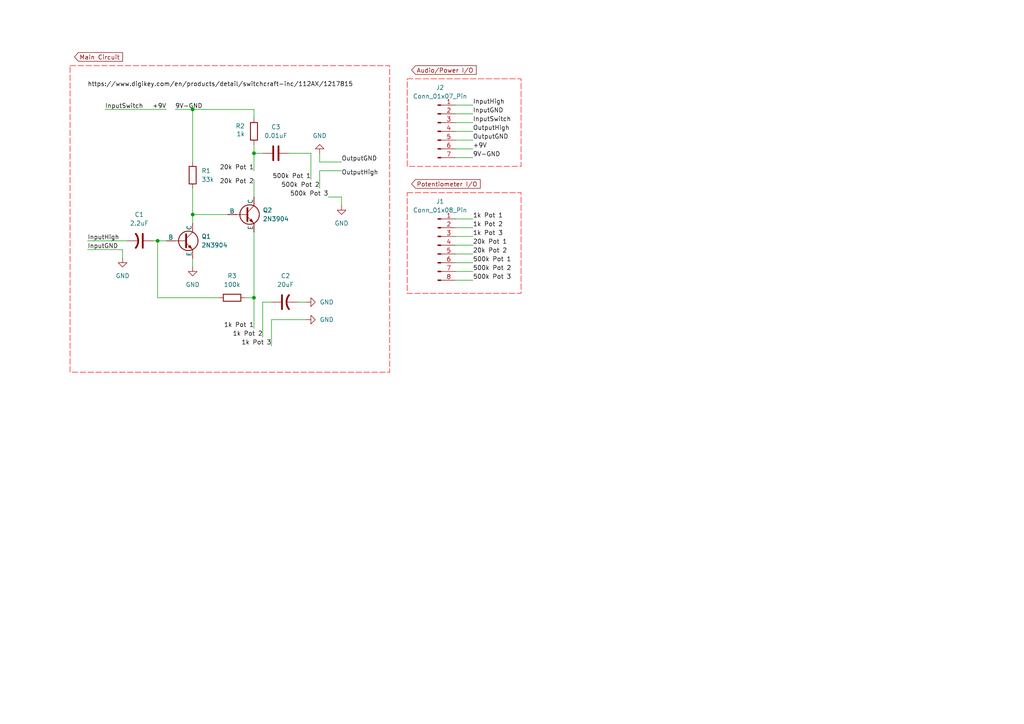
<source format=kicad_sch>
(kicad_sch (version 20250114) (generator "eeschema") (generator_version "9.0")
  (paper "A4")
  (lib_symbols
    (symbol "Connector:Conn_01x07_Pin" (pin_names (offset 1.016) (hide yes))
      (property "Reference" "J" (at 0 10.16 0))
      (property "Value" "Conn_01x07_Pin" (at 0 -10.16 0))
      (symbol "Conn_01x07_Pin_1_1"
        (rectangle (start 0.8636 7.747) (end 0 7.493) (stroke (width 0.1524)) (fill (type outline)))
        (rectangle (start 0.8636 5.207) (end 0 4.953) (stroke (width 0.1524)) (fill (type outline)))
        (rectangle (start 0.8636 2.667) (end 0 2.413) (stroke (width 0.1524)) (fill (type outline)))
        (rectangle (start 0.8636 0.127) (end 0 -0.127) (stroke (width 0.1524)) (fill (type outline)))
        (rectangle (start 0.8636 -2.413) (end 0 -2.667) (stroke (width 0.1524)) (fill (type outline)))
        (rectangle (start 0.8636 -4.953) (end 0 -5.207) (stroke (width 0.1524)) (fill (type outline)))
        (rectangle (start 0.8636 -7.493) (end 0 -7.747) (stroke (width 0.1524)) (fill (type outline)))
        (polyline (pts (xy 1.27 7.62) (xy 0.8636 7.62)) (stroke (width 0.1524)))
        (polyline (pts (xy 1.27 5.08) (xy 0.8636 5.08)) (stroke (width 0.1524)))
        (polyline (pts (xy 1.27 2.54) (xy 0.8636 2.54)) (stroke (width 0.1524)))
        (polyline (pts (xy 1.27 0) (xy 0.8636 0)) (stroke (width 0.1524)))
        (polyline (pts (xy 1.27 -2.54) (xy 0.8636 -2.54)) (stroke (width 0.1524)))
        (polyline (pts (xy 1.27 -5.08) (xy 0.8636 -5.08)) (stroke (width 0.1524)))
        (polyline (pts (xy 1.27 -7.62) (xy 0.8636 -7.62)) (stroke (width 0.1524)))
        (pin passive line (at 5.08 7.62 180) (length 3.81) (name "Pin_1") (number "1"))
        (pin passive line (at 5.08 5.08 180) (length 3.81) (name "Pin_2") (number "2"))
        (pin passive line (at 5.08 2.54 180) (length 3.81) (name "Pin_3") (number "3"))
        (pin passive line (at 5.08 0 180) (length 3.81) (name "Pin_4") (number "4"))
        (pin passive line (at 5.08 -2.54 180) (length 3.81) (name "Pin_5") (number "5"))
        (pin passive line (at 5.08 -5.08 180) (length 3.81) (name "Pin_6") (number "6"))
        (pin passive line (at 5.08 -7.62 180) (length 3.81) (name "Pin_7") (number "7"))
      )
    )
    (symbol "Connector:Conn_01x08_Pin" (pin_names (offset 1.016) (hide yes))
      (property "Reference" "J" (at 0 10.16 0))
      (property "Value" "Conn_01x08_Pin" (at 0 -12.7 0))
      (symbol "Conn_01x08_Pin_1_1"
        (rectangle (start 0.8636 7.747) (end 0 7.493) (stroke (width 0.1524)) (fill (type outline)))
        (rectangle (start 0.8636 5.207) (end 0 4.953) (stroke (width 0.1524)) (fill (type outline)))
        (rectangle (start 0.8636 2.667) (end 0 2.413) (stroke (width 0.1524)) (fill (type outline)))
        (rectangle (start 0.8636 0.127) (end 0 -0.127) (stroke (width 0.1524)) (fill (type outline)))
        (rectangle (start 0.8636 -2.413) (end 0 -2.667) (stroke (width 0.1524)) (fill (type outline)))
        (rectangle (start 0.8636 -4.953) (end 0 -5.207) (stroke (width 0.1524)) (fill (type outline)))
        (rectangle (start 0.8636 -7.493) (end 0 -7.747) (stroke (width 0.1524)) (fill (type outline)))
        (rectangle (start 0.8636 -10.033) (end 0 -10.287) (stroke (width 0.1524)) (fill (type outline)))
        (polyline (pts (xy 1.27 7.62) (xy 0.8636 7.62)) (stroke (width 0.1524)))
        (polyline (pts (xy 1.27 5.08) (xy 0.8636 5.08)) (stroke (width 0.1524)))
        (polyline (pts (xy 1.27 2.54) (xy 0.8636 2.54)) (stroke (width 0.1524)))
        (polyline (pts (xy 1.27 0) (xy 0.8636 0)) (stroke (width 0.1524)))
        (polyline (pts (xy 1.27 -2.54) (xy 0.8636 -2.54)) (stroke (width 0.1524)))
        (polyline (pts (xy 1.27 -5.08) (xy 0.8636 -5.08)) (stroke (width 0.1524)))
        (polyline (pts (xy 1.27 -7.62) (xy 0.8636 -7.62)) (stroke (width 0.1524)))
        (polyline (pts (xy 1.27 -10.16) (xy 0.8636 -10.16)) (stroke (width 0.1524)))
        (pin passive line (at 5.08 7.62 180) (length 3.81) (name "Pin_1") (number "1"))
        (pin passive line (at 5.08 5.08 180) (length 3.81) (name "Pin_2") (number "2"))
        (pin passive line (at 5.08 2.54 180) (length 3.81) (name "Pin_3") (number "3"))
        (pin passive line (at 5.08 0 180) (length 3.81) (name "Pin_4") (number "4"))
        (pin passive line (at 5.08 -2.54 180) (length 3.81) (name "Pin_5") (number "5"))
        (pin passive line (at 5.08 -5.08 180) (length 3.81) (name "Pin_6") (number "6"))
        (pin passive line (at 5.08 -7.62 180) (length 3.81) (name "Pin_7") (number "7"))
        (pin passive line (at 5.08 -10.16 180) (length 3.81) (name "Pin_8") (number "8"))
      )
    )
    (symbol "Device:C" (pin_numbers (hide yes)) (pin_names (offset 0.254))
      (property "Reference" "C" (at 0.635 2.54 0))
      (property "Value" "C" (at 0.635 -2.54 0))
      (symbol "C_0_1"
        (polyline (pts (xy -2.032 0.762) (xy 2.032 0.762)) (stroke (width 0.508)))
        (polyline (pts (xy -2.032 -0.762) (xy 2.032 -0.762)) (stroke (width 0.508)))
      )
      (symbol "C_1_1"
        (pin passive line (at 0 3.81 270) (length 2.794) (name "~") (number "1"))
        (pin passive line (at 0 -3.81 90) (length 2.794) (name "~") (number "2"))
      )
    )
    (symbol "Device:C_US" (pin_numbers (hide yes)) (pin_names (offset 0.254) (hide yes))
      (property "Reference" "C" (at 0.635 2.54 0))
      (property "Value" "C_US" (at 0.635 -2.54 0))
      (symbol "C_US_0_1"
        (polyline (pts (xy -2.032 0.762) (xy 2.032 0.762)) (stroke (width 0.508)))
        (arc (start -2.032 -1.27) (mid 0 -0.5572) (end 2.032 -1.27) (stroke (width 0.508)))
      )
      (symbol "C_US_1_1"
        (pin passive line (at 0 3.81 270) (length 2.794) (name "~") (number "1"))
        (pin passive line (at 0 -3.81 90) (length 3.302) (name "~") (number "2"))
      )
    )
    (symbol "Device:R" (pin_numbers (hide yes)) (pin_names (offset 0))
      (property "Reference" "R" (at 2.032 0 90))
      (property "Value" "R" (at 0 0 90))
      (symbol "R_0_1"
        (rectangle (start -1.016 -2.54) (end 1.016 2.54) (stroke (width 0.254)))
      )
      (symbol "R_1_1"
        (pin passive line (at 0 3.81 270) (length 1.27) (name "~") (number "1"))
        (pin passive line (at 0 -3.81 90) (length 1.27) (name "~") (number "2"))
      )
    )
    (symbol "Simulation_SPICE:NPN" (pin_numbers (hide yes)) (pin_names (offset 0))
      (property "Reference" "Q" (at -2.54 7.62 0))
      (property "Value" "NPN" (at -2.54 5.08 0))
      (symbol "NPN_0_1"
        (polyline (pts (xy -2.54 0) (xy 0.635 0)) (stroke (width 0.1524)))
        (polyline (pts (xy 0.635 1.905) (xy 0.635 -1.905) (xy 0.635 -1.905)) (stroke (width 0.508)))
        (polyline (pts (xy 0.635 0.635) (xy 2.54 2.54)))
        (polyline (pts (xy 0.635 -0.635) (xy 2.54 -2.54) (xy 2.54 -2.54)))
        (circle (center 1.27 0) (radius 2.8194) (stroke (width 0.254)))
        (polyline (pts (xy 1.27 -1.778) (xy 1.778 -1.27) (xy 2.286 -2.286) (xy 1.27 -1.778) (xy 1.27 -1.778)) (fill (type outline)))
        (polyline (pts (xy 2.794 -1.27) (xy 2.794 -1.27)) (stroke (width 0.1524)))
        (polyline (pts (xy 2.794 -1.27) (xy 2.794 -1.27)) (stroke (width 0.1524)))
      )
      (symbol "NPN_1_1"
        (pin input line (at -5.08 0 0) (length 2.54) (name "B") (number "2"))
        (pin open_collector line (at 2.54 5.08 270) (length 2.54) (name "C") (number "1"))
        (pin open_emitter line (at 2.54 -5.08 90) (length 2.54) (name "E") (number "3"))
      )
    )
    (symbol "power:GND" (power) (pin_numbers (hide yes)) (pin_names (offset 0) (hide yes))
      (property "Value" "GND" (at 0 -3.81 0))
      (symbol "GND_0_1"
        (polyline (pts (xy 0 0) (xy 0 -1.27) (xy 1.27 -1.27) (xy 0 -2.54) (xy -1.27 -1.27) (xy 0 -1.27)))
      )
      (symbol "GND_1_1"
        (pin power_in line (at 0 0 270) (length 0) (name "~") (number "1"))
      )
    )
  )
  (junction (at 55.88 31.75))
  (junction (at 45.72 69.85))
  (junction (at 73.66 86.36))
  (junction (at 73.66 44.45))
  (junction (at 55.88 62.23))
  (wire (pts (xy 92.71 49.53) (xy 99.06 49.53)))
  (wire (pts (xy 55.88 54.61) (xy 55.88 62.23)))
  (wire (pts (xy 55.88 31.75) (xy 55.88 46.99)))
  (wire (pts (xy 137.16 71.12) (xy 132.08 71.12)))
  (wire (pts (xy 35.56 72.39) (xy 25.4 72.39)))
  (wire (pts (xy 137.16 35.56) (xy 132.08 35.56)))
  (wire (pts (xy 55.88 62.23) (xy 55.88 64.77)))
  (wire (pts (xy 90.17 44.45) (xy 90.17 52.07)))
  (wire (pts (xy 76.2 87.63) (xy 76.2 97.79)))
  (wire (pts (xy 66.04 62.23) (xy 55.88 62.23)))
  (wire (pts (xy 137.16 33.02) (xy 132.08 33.02)))
  (wire (pts (xy 73.66 67.31) (xy 73.66 86.36)))
  (wire (pts (xy 137.16 30.48) (xy 132.08 30.48)))
  (wire (pts (xy 90.17 44.45) (xy 83.82 44.45)))
  (wire (pts (xy 92.71 46.99) (xy 92.71 44.45)))
  (wire (pts (xy 63.5 86.36) (xy 45.72 86.36)))
  (wire (pts (xy 137.16 38.1) (xy 132.08 38.1)))
  (wire (pts (xy 92.71 49.53) (xy 92.71 54.61)))
  (wire (pts (xy 99.06 57.15) (xy 95.25 57.15)))
  (wire (pts (xy 137.16 81.28) (xy 132.08 81.28)))
  (wire (pts (xy 73.66 86.36) (xy 71.12 86.36)))
  (wire (pts (xy 55.88 74.93) (xy 55.88 77.47)))
  (wire (pts (xy 30.48 31.75) (xy 48.26 31.75)))
  (wire (pts (xy 99.06 57.15) (xy 99.06 59.69)))
  (wire (pts (xy 137.16 45.72) (xy 132.08 45.72)))
  (wire (pts (xy 45.72 69.85) (xy 48.26 69.85)))
  (wire (pts (xy 137.16 66.04) (xy 132.08 66.04)))
  (wire (pts (xy 45.72 86.36) (xy 45.72 69.85)))
  (wire (pts (xy 137.16 76.2) (xy 132.08 76.2)))
  (wire (pts (xy 35.56 74.93) (xy 35.56 72.39)))
  (wire (pts (xy 137.16 40.64) (xy 132.08 40.64)))
  (wire (pts (xy 137.16 63.5) (xy 132.08 63.5)))
  (wire (pts (xy 137.16 68.58) (xy 132.08 68.58)))
  (wire (pts (xy 73.66 52.07) (xy 73.66 57.15)))
  (wire (pts (xy 73.66 44.45) (xy 73.66 49.53)))
  (wire (pts (xy 78.74 92.71) (xy 78.74 100.33)))
  (wire (pts (xy 50.8 31.75) (xy 55.88 31.75)))
  (wire (pts (xy 137.16 73.66) (xy 132.08 73.66)))
  (wire (pts (xy 137.16 43.18) (xy 132.08 43.18)))
  (wire (pts (xy 73.66 34.29) (xy 73.66 31.75)))
  (wire (pts (xy 137.16 78.74) (xy 132.08 78.74)))
  (wire (pts (xy 44.45 69.85) (xy 45.72 69.85)))
  (wire (pts (xy 73.66 86.36) (xy 73.66 95.25)))
  (wire (pts (xy 73.66 41.91) (xy 73.66 44.45)))
  (wire (pts (xy 78.74 87.63) (xy 76.2 87.63)))
  (wire (pts (xy 92.71 46.99) (xy 99.06 46.99)))
  (wire (pts (xy 76.2 44.45) (xy 73.66 44.45)))
  (wire (pts (xy 88.9 92.71) (xy 78.74 92.71)))
  (wire (pts (xy 25.4 69.85) (xy 36.83 69.85)))
  (wire (pts (xy 86.36 87.63) (xy 88.9 87.63)))
  (wire (pts (xy 73.66 31.75) (xy 55.88 31.75)))
  (label "500k Pot 2" (at 92.71 54.61 180))
  (label "500k Pot 3" (at 95.25 57.15 180))
  (label "InputHigh" (at 137.16 30.48 0))
  (label "500k Pot 1" (at 137.16 76.2 0))
  (label "OutputHigh" (at 137.16 38.1 0))
  (label "+9V" (at 137.16 43.18 0))
  (label "OutputHigh" (at 99.06 49.53 0))
  (label "500k Pot 1" (at 90.17 52.07 180))
  (label "InputSwitch" (at 30.48 31.75 0))
  (label "9V-GND" (at 50.8 31.75 0))
  (label "+9V" (at 48.26 31.75 180))
  (label "500k Pot 2" (at 137.16 78.74 0))
  (label "InputGND" (at 137.16 33.02 0))
  (label "1k Pot 2" (at 137.16 66.04 0))
  (label "20k Pot 2" (at 73.66 52.07 180))
  (label "500k Pot 3" (at 137.16 81.28 0))
  (label "InputHigh" (at 25.4 69.85 0))
  (label "InputSwitch" (at 137.16 35.56 0))
  (label "OutputGND" (at 99.06 46.99 0))
  (label "20k Pot 1" (at 137.16 71.12 0))
  (label "20k Pot 2" (at 137.16 73.66 0))
  (label "1k Pot 3" (at 78.74 100.33 180))
  (label "1k Pot 3" (at 137.16 68.58 0))
  (label "https:{slash}{slash}www.digikey.com{slash}en{slash}products{slash}detail{slash}switchcraft-inc{slash}112AX{slash}1217815" (at 25.4 25.4 0))
  (label "InputGND" (at 25.4 72.39 0))
  (label "1k Pot 1" (at 137.16 63.5 0))
  (label "9V-GND" (at 137.16 45.72 0))
  (label "20k Pot 1" (at 73.66 49.53 180))
  (label "1k Pot 2" (at 76.2 97.79 180))
  (label "1k Pot 1" (at 73.66 95.25 180))
  (label "OutputGND" (at 137.16 40.64 0))
  (global_label "Main Circuit" (shape input) (at 21.59 16.51 0) (property "Intersheetrefs" "${INTERSHEET_REFS}" (effects (hide yes))))
  (global_label "Audio{slash}Power I{slash}O" (shape input) (at 119.38 20.32 0) (property "Intersheetrefs" "${INTERSHEET_REFS}" (effects (hide yes))))
  (global_label "Potentiometer I{slash}O" (shape input) (at 119.38 53.34 0) (property "Intersheetrefs" "${INTERSHEET_REFS}" (effects (hide yes))))
  (rule_area (polyline (pts (xy 118.11 55.88) (xy 151.13 55.88) (xy 151.13 85.09) (xy 118.11 85.09)) (stroke (width 0) (type dash))))
  (rule_area (polyline (pts (xy 20.32 19.05) (xy 113.03 19.05) (xy 113.03 107.95) (xy 20.32 107.95)) (stroke (width 0) (type dash))))
  (rule_area (polyline (pts (xy 118.11 22.86) (xy 151.13 22.86) (xy 151.13 48.26) (xy 118.11 48.26)) (stroke (width 0) (type dash))))
  (symbol (lib_id "Device:R") (at 67.31 86.36 90) (unit 1)
    (property "Reference" "R3" (at 67.31 80.01 90))
    (property "Value" "100k" (at 67.31 82.55 90))
    (property "Footprint" "Resistor_SMD:R_0603_1608Metric_Pad0.98x0.95mm_HandSolder" (effects (hide yes)))
    (property "Datasheet" "https://www.digikey.com/en/products/detail/vishay-dale/RCS0603100KFKEA/5866946" (effects (hide yes)))
    (property "Description" "Resistor" (effects (hide yes)))
  )
  (symbol (lib_id "Device:R") (at 55.88 50.8 0) (unit 1)
    (property "Reference" "R1" (at 58.42 49.5299 0) (effects (justify left)))
    (property "Value" "33k" (at 58.42 52.0699 0) (effects (justify left)))
    (property "Footprint" "Resistor_SMD:R_0603_1608Metric_Pad0.98x0.95mm_HandSolder" (effects (hide yes)))
    (property "Datasheet" "https://www.digikey.com/en/products/detail/vishay-dale/RCS060333K0FKEA/5868646" (effects (hide yes)))
    (property "Description" "Resistor" (effects (hide yes)))
  )
  (symbol (lib_id "Connector:Conn_01x07_Pin") (at 127 38.1 0) (unit 1)
    (property "Reference" "J2" (at 127.635 25.4 0))
    (property "Value" "Conn_01x07_Pin" (at 127.635 27.94 0))
    (property "Footprint" "Connector_PinHeader_2.54mm:PinHeader_1x07_P2.54mm_Vertical" (effects (hide yes)))
    (property "Description" "Generic connector, single row, 01x07, script generated" (effects (hide yes)))
  )
  (symbol (lib_id "power:GND") (at 35.56 74.93 0) (unit 1)
    (property "Reference" "#PWR06" (effects (hide yes)))
    (property "Value" "GND" (at 35.56 80.01 0))
    (property "Description" "Power symbol creates a global label with name \"GND\" , ground" (effects (hide yes)))
  )
  (symbol (lib_id "power:GND") (at 88.9 92.71 90) (unit 1)
    (property "Reference" "#PWR04" (effects (hide yes)))
    (property "Value" "GND" (at 92.71 92.7099 90) (effects (justify right)))
    (property "Description" "Power symbol creates a global label with name \"GND\" , ground" (effects (hide yes)))
  )
  (symbol (lib_id "Device:C_US") (at 82.55 87.63 90) (unit 1)
    (property "Reference" "C2" (at 82.804 80.01 90))
    (property "Value" "20uF" (at 82.804 82.55 90))
    (property "Footprint" "Capacitor_SMD:C_0603_1608Metric_Pad1.08x0.95mm_HandSolder" (effects (hide yes)))
    (property "Datasheet" "https://www.digikey.com/en/products/detail/kyocera-avx/TCM0J226M8R-V1/21298099" (effects (hide yes)))
    (property "Description" "capacitor, US symbol" (effects (hide yes)))
  )
  (symbol (lib_id "power:GND") (at 99.06 59.69 0) (unit 1)
    (property "Reference" "#PWR02" (effects (hide yes)))
    (property "Value" "GND" (at 99.06 64.77 0))
    (property "Description" "Power symbol creates a global label with name \"GND\" , ground" (effects (hide yes)))
  )
  (symbol (lib_id "Device:C_US") (at 40.64 69.85 270) (unit 1)
    (property "Reference" "C1" (at 40.386 62.23 90))
    (property "Value" "2.2uF" (at 40.386 64.77 90))
    (property "Footprint" "Capacitor_SMD:C_0603_1608Metric_Pad1.08x0.95mm_HandSolder" (effects (hide yes)))
    (property "Datasheet" "https://www.digikey.com/en/products/detail/kyocera-avx/TCM1A225M8R/1209641" (effects (hide yes)))
    (property "Description" "capacitor, US symbol" (effects (hide yes)))
  )
  (symbol (lib_id "power:GND") (at 55.88 77.47 0) (unit 1)
    (property "Reference" "#PWR03" (effects (hide yes)))
    (property "Value" "GND" (at 55.88 82.55 0))
    (property "Description" "Power symbol creates a global label with name \"GND\" , ground" (effects (hide yes)))
  )
  (symbol (lib_id "Device:R") (at 73.66 38.1 0) (unit 1)
    (property "Reference" "R2" (at 68.326 36.576 0) (effects (justify left)))
    (property "Value" "1k" (at 68.58 38.862 0) (effects (justify left)))
    (property "Footprint" "Resistor_SMD:R_0603_1608Metric_Pad0.98x0.95mm_HandSolder" (effects (hide yes)))
    (property "Datasheet" "https://www.digikey.com/en/products/detail/vishay-dale/RCS06031K00FKEA/5866934" (effects (hide yes)))
    (property "Description" "Resistor" (effects (hide yes)))
  )
  (symbol (lib_id "Simulation_SPICE:NPN") (at 71.12 62.23 0) (unit 1)
    (property "Reference" "Q2" (at 76.2 60.9599 0) (effects (justify left)))
    (property "Value" "2N3904" (at 76.2 63.4999 0) (effects (justify left)))
    (property "Footprint" "Package_TO_SOT_THT:TO-92_HandSolder" (effects (hide yes)))
    (property "Datasheet" "https://ngspice.sourceforge.io/docs/ngspice-html-manual/manual.xhtml#cha_BJTs" (effects (hide yes)))
    (property "Description" "Bipolar transistor symbol for simulation only, substrate tied to the emitter" (effects (hide yes)))
    (property "Sim.Device" "NPN" (effects (hide yes)))
    (property "Sim.Type" "GUMMELPOON" (effects (hide yes)))
    (property "Sim.Pins" "1=C 2=B 3=E" (effects (hide yes)))
  )
  (symbol (lib_id "power:GND") (at 88.9 87.63 90) (unit 1)
    (property "Reference" "#PWR05" (effects (hide yes)))
    (property "Value" "GND" (at 92.71 87.6299 90) (effects (justify right)))
    (property "Description" "Power symbol creates a global label with name \"GND\" , ground" (effects (hide yes)))
  )
  (symbol (lib_id "Connector:Conn_01x08_Pin") (at 127 71.12 0) (unit 1)
    (property "Reference" "J1" (at 127.635 58.42 0))
    (property "Value" "Conn_01x08_Pin" (at 127.635 60.96 0))
    (property "Footprint" "Connector_PinHeader_2.54mm:PinHeader_1x08_P2.54mm_Vertical" (effects (hide yes)))
    (property "Description" "Generic connector, single row, 01x08, script generated" (effects (hide yes)))
  )
  (symbol (lib_id "power:GND") (at 92.71 44.45 180) (unit 1)
    (property "Reference" "#PWR07" (effects (hide yes)))
    (property "Value" "GND" (at 92.71 39.37 0))
    (property "Description" "Power symbol creates a global label with name \"GND\" , ground" (effects (hide yes)))
  )
  (symbol (lib_id "Device:C") (at 80.01 44.45 90) (unit 1)
    (property "Reference" "C3" (at 80.01 36.83 90))
    (property "Value" "0.01uF" (at 80.01 39.37 90))
    (property "Footprint" "Capacitor_SMD:C_0603_1608Metric_Pad1.08x0.95mm_HandSolder" (effects (hide yes)))
    (property "Datasheet" "https://www.digikey.com/en/products/detail/pulse-electronics/CX0603MRX7R9BB103/1219070?s=N4IgjCBcoCwGxVAYygMwIYBsDOBTANCAPZQDaIA7ABwBMAnCALqEAOALlCAMpsBOAlgDsA5iAC%2BhGgAYYDaCHacAqoP5sA8qgCyudNgCuvXCEL7OAVoBiJkAFshnKQDopEQrfQAPRy4hj-QA" (effects (hide yes)))
    (property "Description" "Unpolarized capacitor" (effects (hide yes)))
  )
  (symbol (lib_id "Simulation_SPICE:NPN") (at 53.34 69.85 0) (unit 1)
    (property "Reference" "Q1" (at 58.42 68.5799 0) (effects (justify left)))
    (property "Value" "2N3904" (at 58.42 71.1199 0) (effects (justify left)))
    (property "Footprint" "Package_TO_SOT_THT:TO-92_HandSolder" (effects (hide yes)))
    (property "Datasheet" "https://ngspice.sourceforge.io/docs/ngspice-html-manual/manual.xhtml#cha_BJTs" (effects (hide yes)))
    (property "Description" "Bipolar transistor symbol for simulation only, substrate tied to the emitter" (effects (hide yes)))
    (property "Sim.Device" "NPN" (effects (hide yes)))
    (property "Sim.Type" "GUMMELPOON" (effects (hide yes)))
    (property "Sim.Pins" "1=C 2=B 3=E" (effects (hide yes)))
  )
)
</source>
